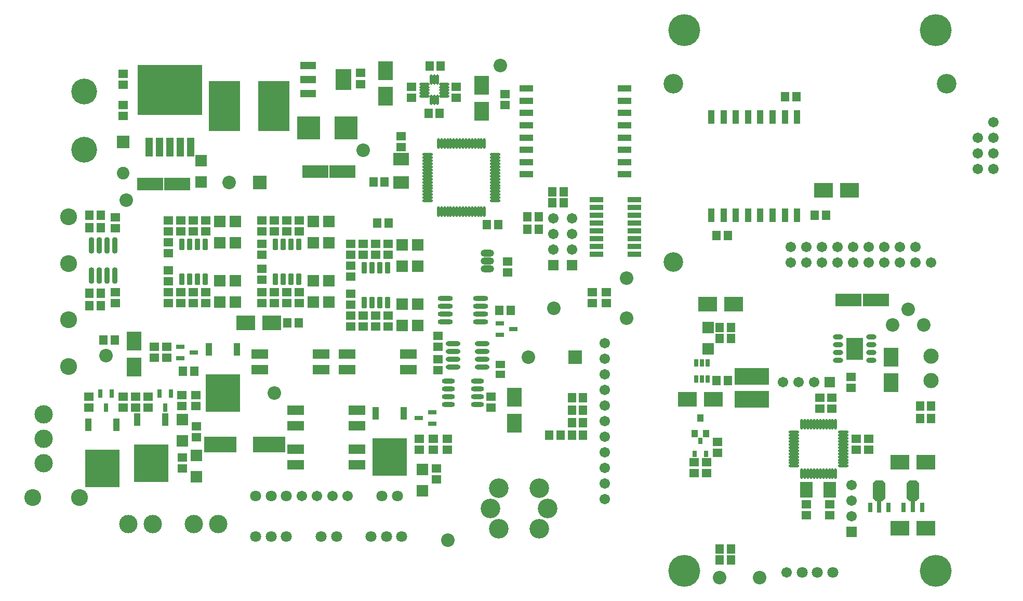
<source format=gts>
%FSLAX25Y25*%
%MOIN*%
G70*
G01*
G75*
G04 Layer_Color=8388736*
%ADD10R,0.02362X0.05512*%
%ADD11R,0.02362X0.07087*%
G04:AMPARAMS|DCode=12|XSize=74.8mil|YSize=125.98mil|CornerRadius=0mil|HoleSize=0mil|Usage=FLASHONLY|Rotation=180.000|XOffset=0mil|YOffset=0mil|HoleType=Round|Shape=Octagon|*
%AMOCTAGOND12*
4,1,8,0.01870,-0.06299,-0.01870,-0.06299,-0.03740,-0.04429,-0.03740,0.04429,-0.01870,0.06299,0.01870,0.06299,0.03740,0.04429,0.03740,-0.04429,0.01870,-0.06299,0.0*
%
%ADD12OCTAGOND12*%

%ADD13R,0.16339X0.07284*%
%ADD14R,0.08465X0.11221*%
%ADD15R,0.11221X0.08465*%
%ADD16R,0.04724X0.05512*%
%ADD17R,0.05512X0.04724*%
%ADD18R,0.06693X0.06693*%
%ADD19R,0.21654X0.09843*%
%ADD20O,0.05709X0.02362*%
%ADD21R,0.09921X0.13425*%
%ADD22R,0.02362X0.04134*%
%ADD23O,0.00984X0.06102*%
%ADD24O,0.06102X0.00984*%
%ADD25R,0.03150X0.07874*%
%ADD26R,0.07087X0.09449*%
%ADD27R,0.03543X0.03740*%
%ADD28R,0.02362X0.03347*%
%ADD29R,0.40945X0.31496*%
%ADD30R,0.03937X0.11417*%
%ADD31R,0.09449X0.07087*%
G04:AMPARAMS|DCode=32|XSize=25.59mil|YSize=64.96mil|CornerRadius=1.92mil|HoleSize=0mil|Usage=FLASHONLY|Rotation=0.000|XOffset=0mil|YOffset=0mil|HoleType=Round|Shape=RoundedRectangle|*
%AMROUNDEDRECTD32*
21,1,0.02559,0.06112,0,0,0.0*
21,1,0.02175,0.06496,0,0,0.0*
1,1,0.00384,0.01088,-0.03056*
1,1,0.00384,-0.01088,-0.03056*
1,1,0.00384,-0.01088,0.03056*
1,1,0.00384,0.01088,0.03056*
%
%ADD32ROUNDEDRECTD32*%
%ADD33O,0.02756X0.09843*%
G04:AMPARAMS|DCode=34|XSize=11.81mil|YSize=59.06mil|CornerRadius=2.95mil|HoleSize=0mil|Usage=FLASHONLY|Rotation=0.000|XOffset=0mil|YOffset=0mil|HoleType=Round|Shape=RoundedRectangle|*
%AMROUNDEDRECTD34*
21,1,0.01181,0.05315,0,0,0.0*
21,1,0.00591,0.05906,0,0,0.0*
1,1,0.00591,0.00295,-0.02658*
1,1,0.00591,-0.00295,-0.02658*
1,1,0.00591,-0.00295,0.02658*
1,1,0.00591,0.00295,0.02658*
%
%ADD34ROUNDEDRECTD34*%
G04:AMPARAMS|DCode=35|XSize=11.81mil|YSize=59.06mil|CornerRadius=2.95mil|HoleSize=0mil|Usage=FLASHONLY|Rotation=270.000|XOffset=0mil|YOffset=0mil|HoleType=Round|Shape=RoundedRectangle|*
%AMROUNDEDRECTD35*
21,1,0.01181,0.05315,0,0,270.0*
21,1,0.00591,0.05906,0,0,270.0*
1,1,0.00591,-0.02658,-0.00295*
1,1,0.00591,-0.02658,0.00295*
1,1,0.00591,0.02658,0.00295*
1,1,0.00591,0.02658,-0.00295*
%
%ADD35ROUNDEDRECTD35*%
%ADD36R,0.09449X0.12992*%
%ADD37R,0.09449X0.03937*%
%ADD38O,0.08661X0.02362*%
%ADD39R,0.07874X0.02992*%
%ADD40O,0.08858X0.02362*%
%ADD41R,0.02362X0.04528*%
%ADD42R,0.03543X0.07087*%
%ADD43R,0.21654X0.23228*%
%ADD44R,0.04528X0.02362*%
%ADD45R,0.19685X0.31496*%
%ADD46R,0.20276X0.09252*%
%ADD47R,0.09843X0.05512*%
%ADD48R,0.07874X0.03150*%
%ADD49R,0.05118X0.03937*%
%ADD50R,0.13780X0.13780*%
%ADD51O,0.07480X0.02362*%
%ADD52C,0.02000*%
%ADD53C,0.01000*%
%ADD54C,0.02500*%
%ADD55C,0.04000*%
%ADD56C,0.10000*%
%ADD57C,0.12000*%
%ADD58C,0.05000*%
%ADD59R,0.12000X0.04000*%
%ADD60C,0.09000*%
%ADD61C,0.07874*%
%ADD62C,0.06299*%
%ADD63C,0.05906*%
%ADD64R,0.05906X0.05906*%
%ADD65R,0.05906X0.05906*%
%ADD66C,0.11811*%
%ADD67C,0.19685*%
%ADD68R,0.07874X0.07874*%
%ADD69O,0.07874X0.03937*%
%ADD70O,0.07874X0.03937*%
%ADD71C,0.10000*%
%ADD72C,0.11000*%
%ADD73C,0.15748*%
%ADD74C,0.07284*%
%ADD75R,0.07284X0.07284*%
%ADD76C,0.01969*%
%ADD77C,0.01600*%
%ADD78C,0.03000*%
%ADD79C,0.05000*%
%ADD80C,0.02400*%
%ADD81C,0.04000*%
%ADD82C,0.01500*%
%ADD83C,0.03600*%
%ADD84C,0.06000*%
%ADD85C,0.07000*%
%ADD86R,0.02165X0.03543*%
%ADD87R,0.12598X0.20472*%
%ADD88R,0.26000X0.07090*%
%ADD89R,0.26000X0.05438*%
%ADD90R,0.13000X0.05000*%
%ADD91R,0.06500X0.13000*%
%ADD92C,0.00984*%
%ADD93C,0.02362*%
%ADD94C,0.01969*%
%ADD95C,0.00787*%
%ADD96C,0.00600*%
%ADD97C,0.00800*%
%ADD98R,0.03162X0.06312*%
%ADD99R,0.03162X0.07887*%
G04:AMPARAMS|DCode=100|XSize=82.8mil|YSize=133.98mil|CornerRadius=0mil|HoleSize=0mil|Usage=FLASHONLY|Rotation=180.000|XOffset=0mil|YOffset=0mil|HoleType=Round|Shape=Octagon|*
%AMOCTAGOND100*
4,1,8,0.02070,-0.06699,-0.02070,-0.06699,-0.04140,-0.04629,-0.04140,0.04629,-0.02070,0.06699,0.02070,0.06699,0.04140,0.04629,0.04140,-0.04629,0.02070,-0.06699,0.0*
%
%ADD100OCTAGOND100*%

%ADD101R,0.17139X0.08083*%
%ADD102R,0.09265X0.12020*%
%ADD103R,0.12020X0.09265*%
%ADD104R,0.05524X0.06312*%
%ADD105R,0.06312X0.05524*%
%ADD106R,0.07493X0.07493*%
%ADD107R,0.22453X0.10642*%
%ADD108O,0.06509X0.03162*%
%ADD109R,0.10721X0.14225*%
%ADD110R,0.03162X0.04934*%
%ADD111O,0.01784X0.06902*%
%ADD112O,0.06902X0.01784*%
%ADD113R,0.03950X0.08674*%
%ADD114R,0.07887X0.10249*%
%ADD115R,0.04343X0.04540*%
%ADD116R,0.03162X0.04147*%
%ADD117R,0.41745X0.32296*%
%ADD118R,0.04737X0.12217*%
%ADD119R,0.10249X0.07887*%
G04:AMPARAMS|DCode=120|XSize=33.59mil|YSize=72.96mil|CornerRadius=5.92mil|HoleSize=0mil|Usage=FLASHONLY|Rotation=0.000|XOffset=0mil|YOffset=0mil|HoleType=Round|Shape=RoundedRectangle|*
%AMROUNDEDRECTD120*
21,1,0.03359,0.06112,0,0,0.0*
21,1,0.02175,0.07296,0,0,0.0*
1,1,0.01184,0.01088,-0.03056*
1,1,0.01184,-0.01088,-0.03056*
1,1,0.01184,-0.01088,0.03056*
1,1,0.01184,0.01088,0.03056*
%
%ADD120ROUNDEDRECTD120*%
%ADD121O,0.03556X0.10642*%
G04:AMPARAMS|DCode=122|XSize=19.81mil|YSize=67.06mil|CornerRadius=6.95mil|HoleSize=0mil|Usage=FLASHONLY|Rotation=0.000|XOffset=0mil|YOffset=0mil|HoleType=Round|Shape=RoundedRectangle|*
%AMROUNDEDRECTD122*
21,1,0.01981,0.05315,0,0,0.0*
21,1,0.00591,0.06706,0,0,0.0*
1,1,0.01391,0.00295,-0.02658*
1,1,0.01391,-0.00295,-0.02658*
1,1,0.01391,-0.00295,0.02658*
1,1,0.01391,0.00295,0.02658*
%
%ADD122ROUNDEDRECTD122*%
G04:AMPARAMS|DCode=123|XSize=19.81mil|YSize=67.06mil|CornerRadius=6.95mil|HoleSize=0mil|Usage=FLASHONLY|Rotation=270.000|XOffset=0mil|YOffset=0mil|HoleType=Round|Shape=RoundedRectangle|*
%AMROUNDEDRECTD123*
21,1,0.01981,0.05315,0,0,270.0*
21,1,0.00591,0.06706,0,0,270.0*
1,1,0.01391,-0.02658,-0.00295*
1,1,0.01391,-0.02658,0.00295*
1,1,0.01391,0.02658,0.00295*
1,1,0.01391,0.02658,-0.00295*
%
%ADD123ROUNDEDRECTD123*%
%ADD124R,0.10249X0.13792*%
%ADD125R,0.10249X0.04737*%
%ADD126O,0.09461X0.03162*%
%ADD127R,0.08674X0.03792*%
%ADD128O,0.09658X0.03162*%
%ADD129R,0.03162X0.05328*%
%ADD130R,0.04343X0.07887*%
%ADD131R,0.22453X0.24028*%
%ADD132R,0.05328X0.03162*%
%ADD133R,0.20485X0.32296*%
%ADD134R,0.21076X0.10052*%
%ADD135R,0.10642X0.06312*%
%ADD136R,0.08674X0.03950*%
%ADD137R,0.05918X0.04737*%
%ADD138R,0.14579X0.14579*%
%ADD139O,0.08280X0.03162*%
%ADD140C,0.09800*%
%ADD141C,0.08674*%
%ADD142C,0.07099*%
%ADD143C,0.06706*%
%ADD144R,0.06706X0.06706*%
%ADD145R,0.06706X0.06706*%
%ADD146C,0.12611*%
%ADD147C,0.20485*%
%ADD148R,0.08674X0.08674*%
%ADD149O,0.08674X0.04737*%
%ADD150O,0.08674X0.04737*%
%ADD151C,0.10800*%
%ADD152C,0.11800*%
%ADD153C,0.16548*%
%ADD154C,0.08083*%
%ADD155R,0.08083X0.08083*%
D98*
X559197Y-294443D02*
D03*
X571008D02*
D03*
X592508Y-294299D02*
D03*
X580697D02*
D03*
D99*
X565102Y-293655D02*
D03*
X586602Y-293512D02*
D03*
D100*
X565102Y-283813D02*
D03*
X586602Y-283669D02*
D03*
D101*
X562843Y-161400D02*
D03*
X545324D02*
D03*
X97240Y-87000D02*
D03*
X114760D02*
D03*
X203240Y-79000D02*
D03*
X220760D02*
D03*
D102*
X572483Y-197932D02*
D03*
Y-214468D02*
D03*
X87102Y-187875D02*
D03*
Y-204410D02*
D03*
X310000Y-40268D02*
D03*
Y-23732D02*
D03*
X248200Y-30868D02*
D03*
Y-14332D02*
D03*
X331000Y-223732D02*
D03*
Y-240268D02*
D03*
D103*
X458551Y-225000D02*
D03*
X442016D02*
D03*
X455016Y-164000D02*
D03*
X471551D02*
D03*
X594870Y-265362D02*
D03*
X578335D02*
D03*
X594870Y-307862D02*
D03*
X578335D02*
D03*
X529416Y-91100D02*
D03*
X545951D02*
D03*
X175268Y-176000D02*
D03*
X158732D02*
D03*
D104*
X530827Y-107000D02*
D03*
X523740D02*
D03*
X462740Y-321000D02*
D03*
X469827D02*
D03*
X598427Y-237400D02*
D03*
X591340D02*
D03*
X591340Y-229400D02*
D03*
X598427D02*
D03*
X467827Y-213000D02*
D03*
X460740D02*
D03*
X469827Y-179000D02*
D03*
X462740D02*
D03*
X462740Y-186000D02*
D03*
X469827D02*
D03*
X460740Y-120000D02*
D03*
X467827D02*
D03*
X462740Y-328000D02*
D03*
X469827D02*
D03*
X511827Y-31000D02*
D03*
X504740D02*
D03*
X67457Y-187000D02*
D03*
X74543D02*
D03*
X192543Y-176000D02*
D03*
X185457D02*
D03*
X339457Y-116000D02*
D03*
X346543D02*
D03*
X355457Y-92000D02*
D03*
X362543D02*
D03*
X58457Y-157000D02*
D03*
X65543D02*
D03*
X65543Y-165000D02*
D03*
X58457D02*
D03*
X355457Y-99000D02*
D03*
X362543D02*
D03*
X65543Y-115000D02*
D03*
X58457D02*
D03*
X65543Y-107000D02*
D03*
X58457D02*
D03*
X313457Y-113000D02*
D03*
X320543D02*
D03*
X282943Y-41800D02*
D03*
X275857D02*
D03*
X367857Y-224200D02*
D03*
X374943D02*
D03*
X367857Y-232200D02*
D03*
X374943D02*
D03*
X367857Y-240200D02*
D03*
X374943D02*
D03*
X367857Y-248200D02*
D03*
X374943D02*
D03*
X321457Y-168000D02*
D03*
X328543D02*
D03*
X250143Y-112200D02*
D03*
X243057D02*
D03*
X125543Y-207000D02*
D03*
X118457D02*
D03*
X240657Y-85800D02*
D03*
X247743D02*
D03*
X276657Y-11400D02*
D03*
X283743D02*
D03*
X360543Y-248200D02*
D03*
X353457D02*
D03*
X346543Y-108000D02*
D03*
X339457D02*
D03*
D105*
X518284Y-299543D02*
D03*
Y-292457D02*
D03*
X533284Y-299543D02*
D03*
Y-292457D02*
D03*
X534610Y-231232D02*
D03*
Y-224146D02*
D03*
X527110Y-231232D02*
D03*
Y-224146D02*
D03*
X546883Y-217743D02*
D03*
Y-210657D02*
D03*
X461283Y-252457D02*
D03*
Y-259543D02*
D03*
X550283Y-257543D02*
D03*
Y-250457D02*
D03*
X558284Y-250457D02*
D03*
Y-257543D02*
D03*
X454284Y-272543D02*
D03*
Y-265457D02*
D03*
X446283Y-265457D02*
D03*
Y-272543D02*
D03*
X226000Y-164543D02*
D03*
Y-157457D02*
D03*
X242000Y-171457D02*
D03*
Y-178543D02*
D03*
X381000Y-156457D02*
D03*
Y-163543D02*
D03*
X75000Y-156457D02*
D03*
Y-163543D02*
D03*
X226000Y-139457D02*
D03*
Y-146543D02*
D03*
X242000Y-132543D02*
D03*
Y-125457D02*
D03*
X75000Y-115543D02*
D03*
Y-108457D02*
D03*
X109000Y-149543D02*
D03*
Y-142457D02*
D03*
X125000Y-156457D02*
D03*
Y-163543D02*
D03*
X293800Y-31743D02*
D03*
Y-24657D02*
D03*
X169000Y-148543D02*
D03*
Y-141457D02*
D03*
X109000Y-124457D02*
D03*
Y-131543D02*
D03*
X185000Y-156457D02*
D03*
Y-163543D02*
D03*
X125000Y-117543D02*
D03*
Y-110457D02*
D03*
X265000Y-24657D02*
D03*
Y-31743D02*
D03*
X169000Y-125457D02*
D03*
Y-132543D02*
D03*
X185000Y-117543D02*
D03*
Y-110457D02*
D03*
X326600Y-143743D02*
D03*
Y-136657D02*
D03*
X117800Y-222257D02*
D03*
Y-229343D02*
D03*
X126600Y-222257D02*
D03*
Y-229343D02*
D03*
X96000Y-230543D02*
D03*
Y-223457D02*
D03*
X279000Y-250457D02*
D03*
Y-257543D02*
D03*
X288000Y-250457D02*
D03*
Y-257543D02*
D03*
X270000Y-250457D02*
D03*
Y-257543D02*
D03*
X80000Y-223457D02*
D03*
Y-230543D02*
D03*
X88000Y-223457D02*
D03*
Y-230543D02*
D03*
X58000Y-230543D02*
D03*
Y-223457D02*
D03*
X108000Y-191457D02*
D03*
Y-198543D02*
D03*
X100000Y-191457D02*
D03*
Y-198543D02*
D03*
X80000Y-43543D02*
D03*
Y-36457D02*
D03*
X80000Y-16457D02*
D03*
Y-23543D02*
D03*
X250000Y-171457D02*
D03*
Y-178543D02*
D03*
X234000Y-171457D02*
D03*
Y-178543D02*
D03*
X226000Y-171457D02*
D03*
Y-178543D02*
D03*
X390000Y-156457D02*
D03*
Y-163543D02*
D03*
X250000Y-132543D02*
D03*
Y-125457D02*
D03*
X234000Y-132543D02*
D03*
Y-125457D02*
D03*
X226000Y-132543D02*
D03*
Y-125457D02*
D03*
X258400Y-56457D02*
D03*
Y-63543D02*
D03*
X133000Y-156457D02*
D03*
Y-163543D02*
D03*
X117000Y-156457D02*
D03*
Y-163543D02*
D03*
X109000Y-156457D02*
D03*
Y-163543D02*
D03*
X193000Y-156457D02*
D03*
Y-163543D02*
D03*
X177000Y-156457D02*
D03*
Y-163543D02*
D03*
X169000Y-156457D02*
D03*
Y-163543D02*
D03*
X133000Y-117543D02*
D03*
Y-110457D02*
D03*
X117000Y-117543D02*
D03*
Y-110457D02*
D03*
X109000Y-117543D02*
D03*
Y-110457D02*
D03*
X193000Y-117543D02*
D03*
Y-110457D02*
D03*
X177000Y-117543D02*
D03*
Y-110457D02*
D03*
X169000Y-117543D02*
D03*
Y-110457D02*
D03*
X325000Y-29457D02*
D03*
Y-36543D02*
D03*
X127000Y-242457D02*
D03*
Y-249543D02*
D03*
X232200Y-15857D02*
D03*
Y-22943D02*
D03*
X281000Y-269457D02*
D03*
Y-276543D02*
D03*
X118000Y-269543D02*
D03*
Y-262457D02*
D03*
X316000Y-230543D02*
D03*
Y-223457D02*
D03*
X282000Y-199457D02*
D03*
Y-206543D02*
D03*
X282000Y-191543D02*
D03*
Y-184457D02*
D03*
D106*
X455283Y-192850D02*
D03*
Y-179150D02*
D03*
X259000Y-177850D02*
D03*
Y-164150D02*
D03*
X269000D02*
D03*
Y-177850D02*
D03*
X259000Y-126150D02*
D03*
Y-139850D02*
D03*
X269000D02*
D03*
Y-126150D02*
D03*
X142000Y-162850D02*
D03*
Y-149150D02*
D03*
X152000D02*
D03*
Y-162850D02*
D03*
X202000D02*
D03*
Y-149150D02*
D03*
X142000Y-111150D02*
D03*
Y-124850D02*
D03*
X212000Y-149150D02*
D03*
Y-162850D02*
D03*
X152000Y-124850D02*
D03*
Y-111150D02*
D03*
X202000D02*
D03*
Y-124850D02*
D03*
X212000D02*
D03*
Y-111150D02*
D03*
X118000Y-238150D02*
D03*
Y-251850D02*
D03*
X130000Y-85850D02*
D03*
Y-72150D02*
D03*
X272000Y-270150D02*
D03*
Y-283850D02*
D03*
X127000Y-274850D02*
D03*
Y-261150D02*
D03*
D107*
X483284Y-225000D02*
D03*
Y-210433D02*
D03*
D108*
X560031Y-200220D02*
D03*
Y-195220D02*
D03*
Y-190220D02*
D03*
Y-185220D02*
D03*
X538574Y-200220D02*
D03*
Y-195220D02*
D03*
Y-190220D02*
D03*
Y-185220D02*
D03*
D109*
X549302Y-192720D02*
D03*
D110*
X455024Y-201783D02*
D03*
X451284D02*
D03*
X447543D02*
D03*
Y-212217D02*
D03*
X451284D02*
D03*
X455024D02*
D03*
D111*
X515448Y-272906D02*
D03*
X517417D02*
D03*
X519385D02*
D03*
X521354D02*
D03*
X523322D02*
D03*
X525291D02*
D03*
X527259D02*
D03*
X529228D02*
D03*
X531196D02*
D03*
X533165D02*
D03*
X535133D02*
D03*
X537102D02*
D03*
Y-241213D02*
D03*
X535133D02*
D03*
X533165D02*
D03*
X531196D02*
D03*
X529228D02*
D03*
X527259D02*
D03*
X525291D02*
D03*
X523322D02*
D03*
X521354D02*
D03*
X519385D02*
D03*
X517417D02*
D03*
X515448D02*
D03*
X282236Y-61248D02*
D03*
X284205D02*
D03*
X286173D02*
D03*
X288142D02*
D03*
X290110D02*
D03*
X292079D02*
D03*
X294047D02*
D03*
X296016D02*
D03*
X297984D02*
D03*
X299953D02*
D03*
X301921D02*
D03*
X303890D02*
D03*
X305858D02*
D03*
X307827D02*
D03*
X309795D02*
D03*
X311764D02*
D03*
Y-104752D02*
D03*
X309795D02*
D03*
X307827D02*
D03*
X305858D02*
D03*
X303890D02*
D03*
X301921D02*
D03*
X299953D02*
D03*
X297984D02*
D03*
X296016D02*
D03*
X294047D02*
D03*
X292079D02*
D03*
X290110D02*
D03*
X288142D02*
D03*
X286173D02*
D03*
X284205D02*
D03*
X282236D02*
D03*
D112*
X542121Y-267887D02*
D03*
Y-265918D02*
D03*
Y-263950D02*
D03*
Y-261981D02*
D03*
Y-260013D02*
D03*
Y-258044D02*
D03*
Y-256076D02*
D03*
Y-254107D02*
D03*
Y-252139D02*
D03*
Y-250170D02*
D03*
Y-248202D02*
D03*
Y-246233D02*
D03*
X510428D02*
D03*
Y-248202D02*
D03*
Y-250170D02*
D03*
Y-252139D02*
D03*
Y-254107D02*
D03*
Y-256076D02*
D03*
Y-258044D02*
D03*
Y-260013D02*
D03*
Y-261981D02*
D03*
Y-263950D02*
D03*
Y-265918D02*
D03*
Y-267887D02*
D03*
X318752Y-68236D02*
D03*
Y-70205D02*
D03*
Y-72173D02*
D03*
Y-74142D02*
D03*
Y-76110D02*
D03*
Y-78079D02*
D03*
Y-80047D02*
D03*
Y-82016D02*
D03*
Y-83984D02*
D03*
Y-85953D02*
D03*
Y-87921D02*
D03*
Y-89890D02*
D03*
Y-91858D02*
D03*
Y-93827D02*
D03*
Y-95795D02*
D03*
Y-97764D02*
D03*
X275248D02*
D03*
Y-95795D02*
D03*
Y-93827D02*
D03*
Y-91858D02*
D03*
Y-89890D02*
D03*
Y-87921D02*
D03*
Y-85953D02*
D03*
Y-83984D02*
D03*
Y-82016D02*
D03*
Y-80047D02*
D03*
Y-78079D02*
D03*
Y-76110D02*
D03*
Y-74142D02*
D03*
Y-72173D02*
D03*
Y-70205D02*
D03*
Y-68236D02*
D03*
D113*
X457283Y-107000D02*
D03*
X465158D02*
D03*
X473032D02*
D03*
X480905D02*
D03*
X488780D02*
D03*
X496654D02*
D03*
X504528D02*
D03*
X512402D02*
D03*
Y-44008D02*
D03*
X504528D02*
D03*
X496654D02*
D03*
X488780D02*
D03*
X480905D02*
D03*
X473032D02*
D03*
X465158D02*
D03*
X457283D02*
D03*
D114*
X533284Y-283000D02*
D03*
X518323D02*
D03*
D115*
X454024Y-246921D02*
D03*
X450283Y-237079D02*
D03*
X446543Y-246921D02*
D03*
D116*
Y-260232D02*
D03*
X454024D02*
D03*
X450283Y-251768D02*
D03*
D117*
X110000Y-26614D02*
D03*
D118*
X123386Y-63425D02*
D03*
X116693D02*
D03*
X110000D02*
D03*
X103307D02*
D03*
X96614D02*
D03*
D119*
X258400Y-86000D02*
D03*
Y-71039D02*
D03*
D120*
X249500Y-140878D02*
D03*
X244500D02*
D03*
X239500D02*
D03*
X234500D02*
D03*
X249500Y-163122D02*
D03*
X244500D02*
D03*
X239500D02*
D03*
X234500D02*
D03*
X132500Y-125878D02*
D03*
X127500D02*
D03*
X122500D02*
D03*
X117500D02*
D03*
X132500Y-148122D02*
D03*
X127500D02*
D03*
X122500D02*
D03*
X117500D02*
D03*
X192500Y-125878D02*
D03*
X187500D02*
D03*
X182500D02*
D03*
X177500D02*
D03*
X192500Y-148122D02*
D03*
X187500D02*
D03*
X182500D02*
D03*
X177500D02*
D03*
D121*
X59500Y-145646D02*
D03*
X64500D02*
D03*
X69500D02*
D03*
X74500D02*
D03*
X59500Y-126354D02*
D03*
X64500D02*
D03*
X69500D02*
D03*
X74500D02*
D03*
D122*
X277737Y-33205D02*
D03*
X279706D02*
D03*
X281674D02*
D03*
X279706Y-20213D02*
D03*
X277737D02*
D03*
X281674D02*
D03*
D123*
X273406Y-28874D02*
D03*
Y-30843D02*
D03*
Y-26906D02*
D03*
Y-24937D02*
D03*
Y-22968D02*
D03*
X286005Y-28874D02*
D03*
Y-26906D02*
D03*
Y-24937D02*
D03*
Y-22968D02*
D03*
Y-30843D02*
D03*
D124*
X221417Y-20000D02*
D03*
D125*
X198583Y-29055D02*
D03*
Y-20000D02*
D03*
Y-10945D02*
D03*
D126*
X291551Y-189500D02*
D03*
Y-194500D02*
D03*
Y-199500D02*
D03*
Y-204500D02*
D03*
X310449Y-189500D02*
D03*
Y-194500D02*
D03*
Y-199500D02*
D03*
Y-204500D02*
D03*
D127*
X383787Y-97000D02*
D03*
Y-102000D02*
D03*
Y-107000D02*
D03*
Y-112000D02*
D03*
Y-117000D02*
D03*
Y-122000D02*
D03*
Y-127000D02*
D03*
Y-132000D02*
D03*
X408000D02*
D03*
Y-127000D02*
D03*
Y-122000D02*
D03*
Y-117000D02*
D03*
Y-112000D02*
D03*
Y-107000D02*
D03*
Y-102000D02*
D03*
Y-97000D02*
D03*
D128*
X309221Y-175500D02*
D03*
Y-170500D02*
D03*
Y-165500D02*
D03*
Y-160500D02*
D03*
X286779Y-175500D02*
D03*
Y-170500D02*
D03*
Y-165500D02*
D03*
Y-160500D02*
D03*
D129*
X107000Y-230429D02*
D03*
X103260Y-221571D02*
D03*
X110740D02*
D03*
X69000Y-230429D02*
D03*
X65260Y-221571D02*
D03*
X72740D02*
D03*
D130*
X106976Y-238087D02*
D03*
X89024D02*
D03*
X259976Y-234087D02*
D03*
X242024D02*
D03*
X75576Y-241487D02*
D03*
X57624D02*
D03*
X152976Y-193087D02*
D03*
X135024D02*
D03*
D131*
X98000Y-266039D02*
D03*
X251000Y-262039D02*
D03*
X66600Y-269439D02*
D03*
X144000Y-221039D02*
D03*
D132*
X269571Y-237000D02*
D03*
X278429Y-233260D02*
D03*
Y-240740D02*
D03*
X330429Y-180000D02*
D03*
X321571Y-183740D02*
D03*
Y-176260D02*
D03*
X125429Y-195000D02*
D03*
X116571Y-198740D02*
D03*
Y-191260D02*
D03*
D133*
X145000Y-37000D02*
D03*
X176496D02*
D03*
D134*
X142252Y-254000D02*
D03*
X173748D02*
D03*
D135*
X167630Y-206000D02*
D03*
Y-196000D02*
D03*
X207000D02*
D03*
Y-206000D02*
D03*
X263000D02*
D03*
Y-196000D02*
D03*
X223630D02*
D03*
Y-206000D02*
D03*
X190630Y-242000D02*
D03*
Y-232000D02*
D03*
X230000D02*
D03*
Y-242000D02*
D03*
Y-267000D02*
D03*
Y-257000D02*
D03*
X190630D02*
D03*
Y-267000D02*
D03*
D136*
X401592Y-25800D02*
D03*
Y-33674D02*
D03*
Y-41548D02*
D03*
Y-49422D02*
D03*
Y-57296D02*
D03*
Y-65170D02*
D03*
Y-73044D02*
D03*
Y-80918D02*
D03*
X338600D02*
D03*
Y-73044D02*
D03*
Y-65170D02*
D03*
Y-57296D02*
D03*
Y-49422D02*
D03*
Y-41548D02*
D03*
Y-33674D02*
D03*
Y-25800D02*
D03*
D137*
X322000Y-209150D02*
D03*
Y-202850D02*
D03*
D138*
X199091Y-51000D02*
D03*
X222909D02*
D03*
D139*
X307252Y-228500D02*
D03*
Y-223500D02*
D03*
Y-218500D02*
D03*
Y-213500D02*
D03*
X288748Y-228500D02*
D03*
Y-223500D02*
D03*
Y-218500D02*
D03*
Y-213500D02*
D03*
D140*
X598146Y-197362D02*
D03*
Y-212953D02*
D03*
D141*
X593724Y-177520D02*
D03*
X583724Y-167520D02*
D03*
X573724Y-177520D02*
D03*
X462629Y-339280D02*
D03*
X488220D02*
D03*
X147815Y-86000D02*
D03*
X322000Y-11000D02*
D03*
X177000Y-221000D02*
D03*
X356200Y-166600D02*
D03*
X288200Y-315400D02*
D03*
X69000Y-197000D02*
D03*
X234000Y-65500D02*
D03*
X82000Y-97500D02*
D03*
X403000Y-173000D02*
D03*
Y-147409D02*
D03*
X340039Y-198000D02*
D03*
D142*
X515598Y-336000D02*
D03*
X525441D02*
D03*
X535284D02*
D03*
X207000Y-313000D02*
D03*
X216843D02*
D03*
X239000D02*
D03*
X248843D02*
D03*
X258685D02*
D03*
X165000Y-287000D02*
D03*
X174843D02*
D03*
X184685D02*
D03*
X246000D02*
D03*
X255842D02*
D03*
X165000Y-313000D02*
D03*
X174843D02*
D03*
X184685D02*
D03*
D143*
X505756Y-336000D02*
D03*
X547284Y-300000D02*
D03*
Y-290000D02*
D03*
Y-280000D02*
D03*
X523283Y-214000D02*
D03*
X513283D02*
D03*
X503284D02*
D03*
X628243Y-57451D02*
D03*
Y-67451D02*
D03*
Y-77451D02*
D03*
X638243D02*
D03*
Y-67451D02*
D03*
Y-57451D02*
D03*
Y-47451D02*
D03*
X598243Y-137451D02*
D03*
X558243D02*
D03*
Y-127451D02*
D03*
X548243Y-137451D02*
D03*
Y-127451D02*
D03*
X538243Y-137451D02*
D03*
Y-127451D02*
D03*
X528243Y-137451D02*
D03*
Y-127451D02*
D03*
X518243Y-137451D02*
D03*
Y-127451D02*
D03*
X508243Y-137451D02*
D03*
Y-127451D02*
D03*
X588243D02*
D03*
X578243D02*
D03*
X568243D02*
D03*
Y-137451D02*
D03*
X588243D02*
D03*
X578243D02*
D03*
X224055Y-287000D02*
D03*
X214213D02*
D03*
X204370D02*
D03*
X194528D02*
D03*
X389000Y-189000D02*
D03*
Y-199000D02*
D03*
Y-209000D02*
D03*
Y-219000D02*
D03*
Y-249000D02*
D03*
Y-229000D02*
D03*
Y-239000D02*
D03*
Y-259000D02*
D03*
Y-269000D02*
D03*
Y-279000D02*
D03*
Y-289000D02*
D03*
X356000Y-129000D02*
D03*
Y-119000D02*
D03*
Y-109000D02*
D03*
X368000Y-129000D02*
D03*
Y-119000D02*
D03*
Y-109000D02*
D03*
D144*
X547284Y-310000D02*
D03*
X356000Y-139000D02*
D03*
X368000D02*
D03*
D145*
X533284Y-214000D02*
D03*
D146*
X608282Y-22884D02*
D03*
X433085D02*
D03*
Y-137057D02*
D03*
X321055Y-307945D02*
D03*
X346945Y-282055D02*
D03*
X321055D02*
D03*
X315693Y-295000D02*
D03*
X346945Y-307945D02*
D03*
X352307Y-295000D02*
D03*
D147*
X439866Y-335000D02*
D03*
X601284D02*
D03*
Y11457D02*
D03*
X439866D02*
D03*
D148*
X167500Y-86000D02*
D03*
X369961Y-198000D02*
D03*
D149*
X313500Y-131500D02*
D03*
Y-141500D02*
D03*
D150*
Y-136500D02*
D03*
D151*
X45000Y-174000D02*
D03*
Y-204000D02*
D03*
Y-108000D02*
D03*
Y-138000D02*
D03*
X52000Y-288000D02*
D03*
X22000D02*
D03*
D152*
X83410Y-305000D02*
D03*
X99000D02*
D03*
X125409D02*
D03*
X141000D02*
D03*
X29000Y-234819D02*
D03*
Y-250410D02*
D03*
Y-266000D02*
D03*
D153*
X55000Y-27598D02*
D03*
Y-65000D02*
D03*
D154*
X80000Y-80000D02*
D03*
D155*
Y-60000D02*
D03*
M02*

</source>
